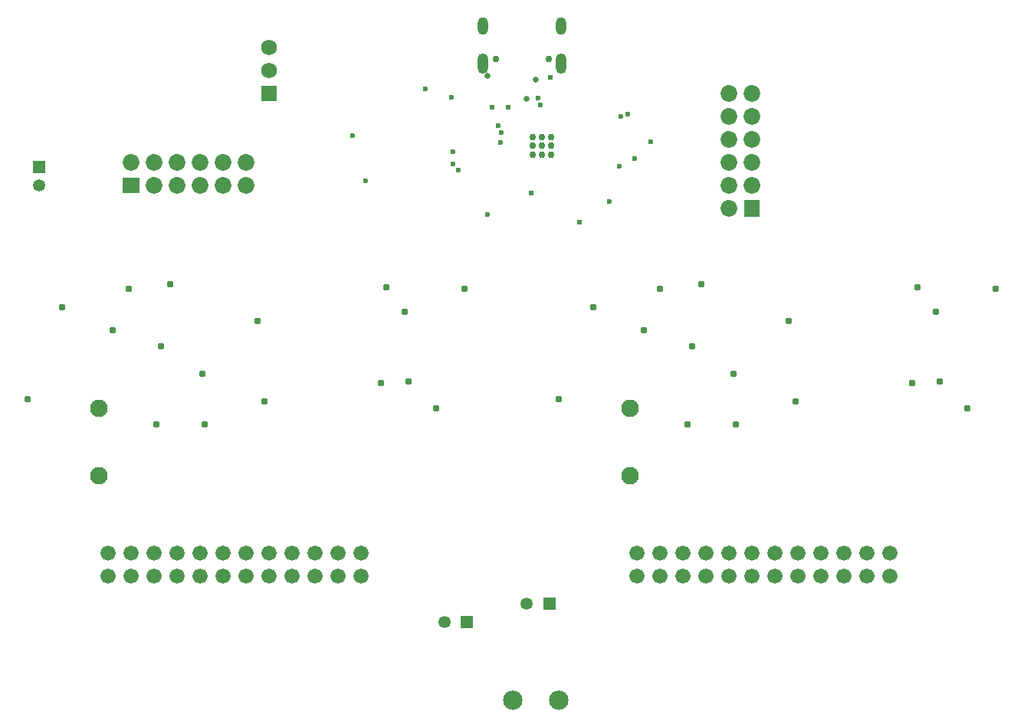
<source format=gbr>
%TF.GenerationSoftware,Altium Limited,Altium Designer,24.8.2 (39)*%
G04 Layer_Color=16711935*
%FSLAX45Y45*%
%MOMM*%
%TF.SameCoordinates,7B02E6E7-76C9-4046-B631-68F2DAB786CE*%
%TF.FilePolarity,Negative*%
%TF.FileFunction,Soldermask,Bot*%
%TF.Part,Single*%
G01*
G75*
%TA.AperFunction,ComponentPad*%
%ADD140R,1.35000X1.35000*%
%ADD141C,1.35000*%
%ADD142C,1.67400*%
%ADD143C,1.95000*%
%TA.AperFunction,TestPad*%
%ADD144O,1.15000X2.25000*%
%ADD145C,0.75000*%
%ADD146O,1.15000X1.95000*%
%TA.AperFunction,ComponentPad*%
%ADD147R,1.35000X1.35000*%
%ADD148C,2.15000*%
%ADD149C,1.75000*%
%ADD150R,1.75000X1.75000*%
%ADD151C,1.85000*%
%ADD152R,1.85000X1.75000*%
%ADD153R,1.75000X1.85000*%
%TA.AperFunction,ViaPad*%
%ADD154C,0.60000*%
%ADD155C,0.75960*%
%ADD156C,0.60720*%
%ADD157C,0.65800*%
%ADD158C,0.78500*%
D140*
X5704400Y1588000D02*
D03*
X6614800Y1791200D02*
D03*
D141*
X5454400Y1588000D02*
D03*
X980000Y6414000D02*
D03*
X6364800Y1791200D02*
D03*
D142*
X10378000Y2350000D02*
D03*
Y2096000D02*
D03*
X10124000Y2350000D02*
D03*
Y2096000D02*
D03*
X9870000Y2350000D02*
D03*
Y2096000D02*
D03*
X9616000Y2350000D02*
D03*
Y2096000D02*
D03*
X9362000Y2350000D02*
D03*
Y2096000D02*
D03*
X9108000Y2350000D02*
D03*
Y2096000D02*
D03*
X8854000Y2350000D02*
D03*
Y2096000D02*
D03*
X8600000Y2350000D02*
D03*
Y2096000D02*
D03*
X8346000Y2350000D02*
D03*
Y2096000D02*
D03*
X8092000Y2350000D02*
D03*
Y2096000D02*
D03*
X7838000Y2350000D02*
D03*
Y2096000D02*
D03*
X7584000Y2350000D02*
D03*
Y2096000D02*
D03*
X1742000D02*
D03*
Y2350000D02*
D03*
X1996000Y2096000D02*
D03*
Y2350000D02*
D03*
X2250000Y2096000D02*
D03*
Y2350000D02*
D03*
X2504000Y2096000D02*
D03*
Y2350000D02*
D03*
X2758000Y2096000D02*
D03*
Y2350000D02*
D03*
X3012000Y2096000D02*
D03*
Y2350000D02*
D03*
X3266000Y2096000D02*
D03*
Y2350000D02*
D03*
X3520000Y2096000D02*
D03*
Y2350000D02*
D03*
X3774000Y2096000D02*
D03*
Y2350000D02*
D03*
X4028000Y2096000D02*
D03*
Y2350000D02*
D03*
X4282000Y2096000D02*
D03*
Y2350000D02*
D03*
X4536000Y2096000D02*
D03*
Y2350000D02*
D03*
D143*
X1640400Y3200189D02*
D03*
Y3950200D02*
D03*
X7507800Y3200189D02*
D03*
Y3950200D02*
D03*
D144*
X5882000Y7757750D02*
D03*
X6746000D02*
D03*
D145*
X6603000Y7807750D02*
D03*
X6025000D02*
D03*
D146*
X6746000Y8175750D02*
D03*
X5882000D02*
D03*
D147*
X980000Y6614000D02*
D03*
D148*
X6212400Y724400D02*
D03*
X6720400D02*
D03*
D149*
X3520000Y7938000D02*
D03*
Y7684000D02*
D03*
D150*
Y7430000D02*
D03*
D151*
X3266000Y6668000D02*
D03*
Y6414000D02*
D03*
X3012000Y6668000D02*
D03*
Y6414000D02*
D03*
X2758000Y6668000D02*
D03*
Y6414000D02*
D03*
X2504000Y6668000D02*
D03*
Y6414000D02*
D03*
X2250000Y6668000D02*
D03*
Y6414000D02*
D03*
X1996000Y6668000D02*
D03*
X8600000Y7430000D02*
D03*
X8854000D02*
D03*
X8600000Y7176000D02*
D03*
X8854000D02*
D03*
X8600000Y6922000D02*
D03*
X8854000D02*
D03*
X8600000Y6668000D02*
D03*
X8854000D02*
D03*
X8600000Y6414000D02*
D03*
X8854000D02*
D03*
X8600000Y6160000D02*
D03*
D152*
X1996000Y6414000D02*
D03*
D153*
X8854000Y6160000D02*
D03*
D154*
X4436940Y6960100D02*
D03*
X7383780Y6624320D02*
D03*
X7279200Y6231120D02*
D03*
X7736400Y6896600D02*
D03*
X7556060Y6708640D02*
D03*
X6072700Y6886068D02*
D03*
X6085400Y6998200D02*
D03*
X5607880Y6576560D02*
D03*
X5549460Y6645140D02*
D03*
X5544380Y6782300D02*
D03*
X5933000Y6091420D02*
D03*
X7482400Y7201400D02*
D03*
X7406200Y7176000D02*
D03*
X6491800Y7379200D02*
D03*
X6517200Y7303000D02*
D03*
X4586800Y6464800D02*
D03*
X5247200Y7480800D02*
D03*
X5534220Y7384280D02*
D03*
X6047300Y7074400D02*
D03*
D155*
X6528300Y6747959D02*
D03*
X6528249Y6947908D02*
D03*
X6528300Y6847959D02*
D03*
X6628300Y6947959D02*
D03*
X6428300D02*
D03*
X6628274Y6747959D02*
D03*
Y6847934D02*
D03*
X6428300Y6747959D02*
D03*
Y6847959D02*
D03*
D156*
X6619234Y7608234D02*
D03*
X6949000Y6007600D02*
D03*
X6415600Y6325100D02*
D03*
X6161600Y7277600D02*
D03*
X5983800D02*
D03*
D157*
X6466400Y7582400D02*
D03*
X5933000Y7617960D02*
D03*
X6364800Y7366500D02*
D03*
D158*
X7101400Y5067800D02*
D03*
X8295200Y5321800D02*
D03*
X7838000Y5271000D02*
D03*
X7660200Y4813800D02*
D03*
X5361500Y3950200D02*
D03*
X10619300Y4229600D02*
D03*
X8676200Y3772400D02*
D03*
X2326200Y4636000D02*
D03*
X1970600Y5271000D02*
D03*
X1792800Y4813800D02*
D03*
X3469200Y4026400D02*
D03*
X2275400Y3772400D02*
D03*
X2808800D02*
D03*
X4815400Y5283700D02*
D03*
X5679000Y5271000D02*
D03*
X5056700Y4242300D02*
D03*
X4751900Y4229600D02*
D03*
X5018600Y5017000D02*
D03*
X3393000Y4915400D02*
D03*
X2427800Y5321800D02*
D03*
X2783400Y4331200D02*
D03*
X853000Y4051800D02*
D03*
X1234000Y5067800D02*
D03*
X8193600Y4636000D02*
D03*
X6720400Y4051800D02*
D03*
X8142800Y3772400D02*
D03*
X10886000Y5017000D02*
D03*
X10682800Y5283700D02*
D03*
X10924100Y4242300D02*
D03*
X9260400Y4915400D02*
D03*
X9336600Y4026400D02*
D03*
X11228900Y3950200D02*
D03*
X11546400Y5271000D02*
D03*
X8650800Y4331200D02*
D03*
%TF.MD5,35e020686087d09cc4f1f531ef8e56f8*%
M02*

</source>
